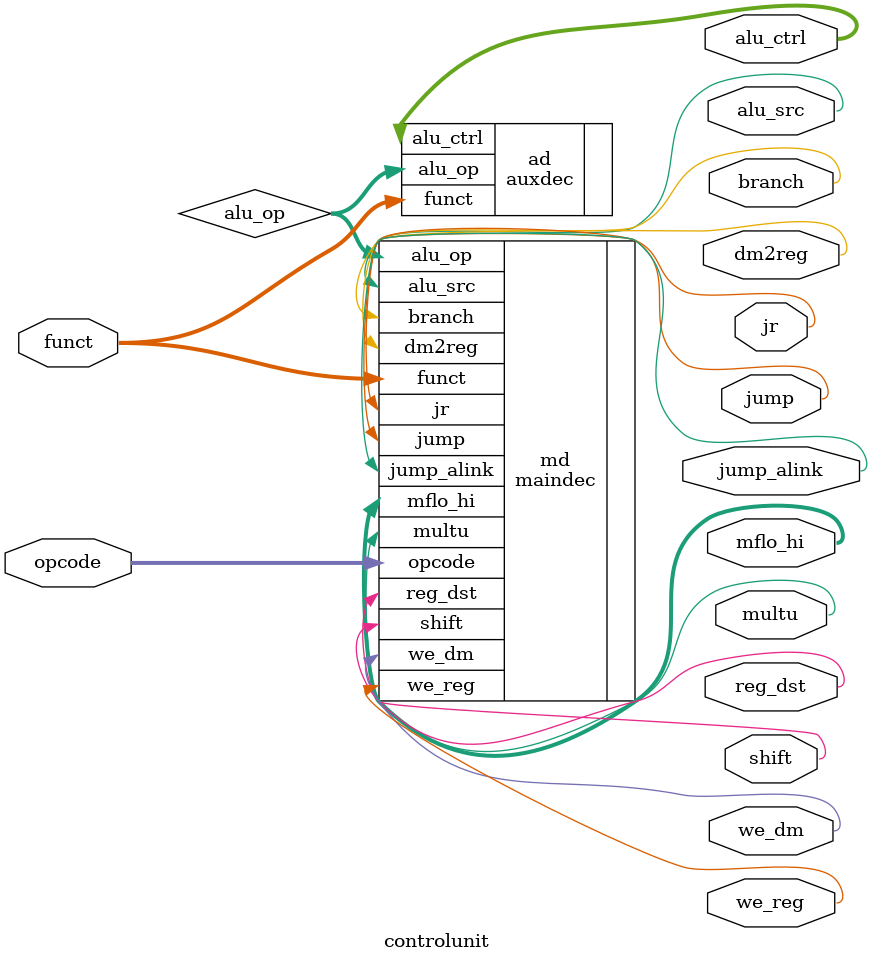
<source format=v>
module controlunit (
        input  wire [5:0]  opcode,
        input  wire [5:0]  funct,
        output wire        branch,
        output wire        jump,
        output wire        reg_dst,
        output wire        we_reg,
        output wire        alu_src,
        output wire        we_dm,
        output wire        dm2reg,
        output wire [2:0]  alu_ctrl,
        //additional cu
        output wire         shift,
        output wire         jr,
        output wire         jump_alink,
        output wire         multu,
        output wire [1:0]   mflo_hi
    );
    
    wire [1:0] alu_op;

    maindec md (
        .opcode         (opcode),
        .funct          (funct),   //sel other kind of R-type
        .branch         (branch),
        .jump           (jump),
        .reg_dst        (reg_dst),
        .we_reg         (we_reg),
        .alu_src        (alu_src),
        .we_dm          (we_dm),
        .dm2reg         (dm2reg),
        .alu_op         (alu_op),
        //additional cu
        .shift          (shift),
        .jr             (jr),
        .jump_alink     (jump_alink),
        .multu          (multu),
        .mflo_hi        (mflo_hi) 
    );

    auxdec ad (
        .alu_op         (alu_op),
        .funct          (funct),
        .alu_ctrl       (alu_ctrl)
    );

endmodule
</source>
